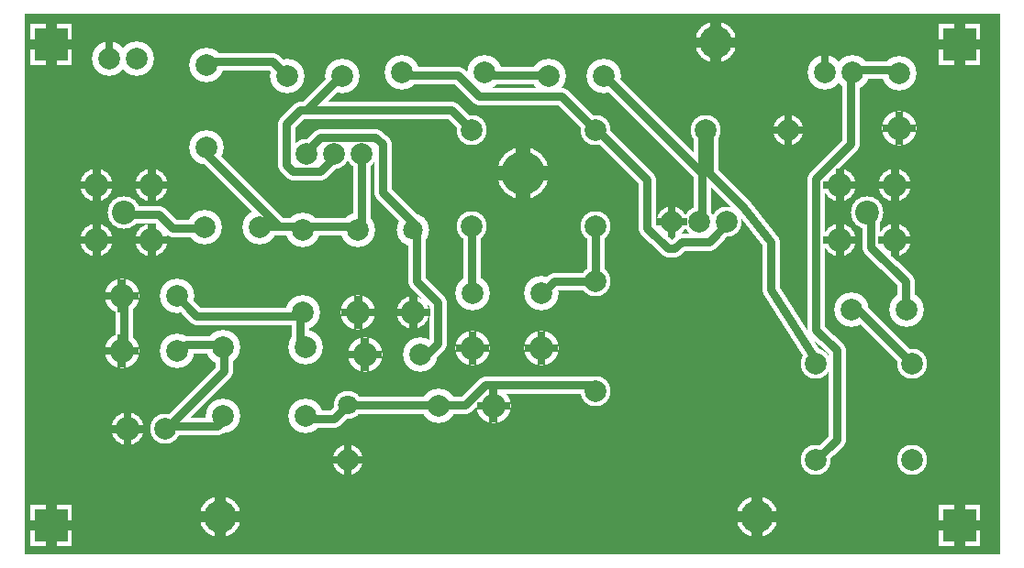
<source format=gbr>
%FSLAX34Y34*%
%MOMM*%
%LNCOPPER_BOTTOM*%
G71*
G01*
%ADD10C,2.800*%
%ADD11C,3.200*%
%ADD12C,3.000*%
%ADD13C,3.000*%
%ADD14C,2.800*%
%ADD15C,2.600*%
%ADD16C,1.600*%
%ADD17C,4.800*%
%ADD18C,2.800*%
%ADD19C,3.000*%
%ADD20C,3.800*%
%ADD21C,0.733*%
%ADD22C,0.667*%
%ADD23C,0.813*%
%ADD24C,1.333*%
%ADD25C,1.000*%
%ADD26C,2.000*%
%ADD27C,2.000*%
%ADD28C,2.200*%
%ADD29C,1.800*%
%ADD30C,0.800*%
%ADD31C,4.000*%
%ADD32C,2.000*%
%ADD33C,2.200*%
%ADD34C,3.000*%
%LPD*%
G36*
X-561950Y230100D02*
X338050Y230100D01*
X338050Y-269900D01*
X-561950Y-269900D01*
X-561950Y230100D01*
G37*
%LPC*%
X-301600Y100050D02*
G54D10*
D03*
X-276200Y100050D02*
G54D10*
D03*
X-250800Y100050D02*
G54D10*
D03*
X86105Y37321D02*
G54D10*
D03*
X60705Y37321D02*
G54D10*
D03*
X35305Y37321D02*
G54D10*
D03*
X-345001Y32623D02*
G54D11*
D03*
X-395981Y32511D02*
G54D11*
D03*
X-304775Y30075D02*
G54D11*
D03*
X-304825Y-46175D02*
G54D11*
D03*
X-495300Y71450D02*
G54D12*
D03*
X-444500Y71450D02*
G54D12*
D03*
X-469900Y46050D02*
G54D12*
D03*
X-444500Y20650D02*
G54D12*
D03*
X-495300Y20650D02*
G54D12*
D03*
X-393675Y182475D02*
G54D11*
D03*
X-393725Y106225D02*
G54D11*
D03*
X-253975Y30075D02*
G54D11*
D03*
X-254025Y-46175D02*
G54D11*
D03*
X-268801Y172323D02*
G54D11*
D03*
X-319781Y172211D02*
G54D11*
D03*
X-203175Y30075D02*
G54D13*
D03*
X-203225Y-46175D02*
G54D13*
D03*
X-247666Y-85239D02*
G54D11*
D03*
X-196685Y-85127D02*
G54D11*
D03*
X-302177Y-78002D02*
G54D11*
D03*
X-378427Y-77952D02*
G54D11*
D03*
X-421201Y-30877D02*
G54D11*
D03*
X-472181Y-30989D02*
G54D11*
D03*
X-421201Y-81677D02*
G54D11*
D03*
X-472181Y-81789D02*
G54D11*
D03*
X-466788Y-153950D02*
G54D14*
D03*
X-431688Y-153950D02*
G54D14*
D03*
X-302177Y-141502D02*
G54D11*
D03*
X-378427Y-141452D02*
G54D11*
D03*
X-263500Y-182650D02*
G54D15*
D03*
X-263500Y-131850D02*
G54D15*
D03*
X-129101Y-132477D02*
G54D11*
D03*
X-180081Y-132589D02*
G54D11*
D03*
X-137077Y175998D02*
G54D11*
D03*
X-213327Y176048D02*
G54D11*
D03*
X66700Y122150D02*
G54D14*
D03*
X142900Y122150D02*
G54D14*
D03*
X251899Y-43576D02*
G54D11*
D03*
X200918Y-43689D02*
G54D11*
D03*
X-149200Y122150D02*
G54D14*
D03*
X-149200Y33250D02*
G54D14*
D03*
X-34900Y122150D02*
G54D14*
D03*
X-34900Y33250D02*
G54D14*
D03*
X-148502Y-79240D02*
G54D11*
D03*
X-148615Y-28260D02*
G54D11*
D03*
X176375Y175525D02*
G54D11*
D03*
X201875Y175525D02*
G54D11*
D03*
X245198Y123960D02*
G54D11*
D03*
X245085Y174940D02*
G54D11*
D03*
X168300Y-93750D02*
G54D14*
D03*
X257200Y-93750D02*
G54D14*
D03*
X168300Y-182650D02*
G54D14*
D03*
X257200Y-182650D02*
G54D14*
D03*
X-27500Y172323D02*
G54D11*
D03*
X-78480Y172210D02*
G54D11*
D03*
X190500Y71450D02*
G54D12*
D03*
X241300Y71450D02*
G54D12*
D03*
X215900Y46050D02*
G54D12*
D03*
X241300Y20650D02*
G54D12*
D03*
X190500Y20650D02*
G54D12*
D03*
X-34900Y-17550D02*
G54D14*
D03*
X-34900Y-119150D02*
G54D14*
D03*
X-85002Y-79240D02*
G54D11*
D03*
X-85115Y-28260D02*
G54D11*
D03*
G54D16*
X-378427Y-141452D02*
X-377800Y-144550D01*
X-384150Y-150900D01*
X-428600Y-150900D01*
X-431688Y-153950D01*
G54D16*
X-431688Y-153950D02*
X-428600Y-150900D01*
X-377800Y-100100D01*
X-377800Y-81050D01*
X-378427Y-77952D01*
G54D16*
X-421201Y-30877D02*
X-422250Y-30250D01*
X-403200Y-49300D01*
X-307950Y-49300D01*
X-304825Y-46175D01*
G54D16*
X-302177Y-78002D02*
X-301600Y-81050D01*
X-307950Y-74700D01*
X-307950Y-49300D01*
X-304825Y-46175D01*
G54D16*
X-263500Y-131850D02*
X-276200Y-144550D01*
X-301600Y-144550D01*
X-302177Y-141502D01*
G54D16*
X-180081Y-132589D02*
X-180950Y-131850D01*
X-263500Y-131850D01*
G54D16*
X-34900Y-119150D02*
X-41250Y-112800D01*
X-136500Y-112800D01*
X-155550Y-131850D01*
X-263500Y-131850D01*
G54D16*
X-304775Y30075D02*
X-301600Y33250D01*
X-346050Y33250D01*
X-345001Y32623D01*
G54D16*
X-253975Y30075D02*
X-250800Y33250D01*
X-301600Y33250D01*
X-304775Y30075D01*
G54D16*
X-253975Y30075D02*
X-250800Y33250D01*
X-250800Y103100D01*
X-250800Y100050D01*
G54D16*
X-203175Y30075D02*
X-200000Y33250D01*
X-231750Y65000D01*
X-231750Y109450D01*
X-238100Y115800D01*
X-288900Y115800D01*
X-301600Y103100D01*
X-301600Y100050D01*
G54D16*
X-393725Y106225D02*
X-396850Y103100D01*
X-327000Y33250D01*
X-301600Y33250D01*
X-304775Y30075D01*
G54D16*
X-319781Y172211D02*
X-320650Y172950D01*
X-333350Y185650D01*
X-390500Y185650D01*
X-393675Y182475D01*
G54D16*
X-268801Y172323D02*
X-269850Y172950D01*
X-301600Y141200D01*
X-307950Y141200D01*
X-320650Y128500D01*
X-320650Y90400D01*
X-314300Y84050D01*
X-288900Y84050D01*
X-276200Y96750D01*
X-276200Y103100D01*
X-276200Y100050D01*
G54D16*
X-149200Y122150D02*
X-168250Y141200D01*
X-307950Y141200D01*
X-320650Y128500D01*
X-320650Y90400D01*
X-314300Y84050D01*
X-288900Y84050D01*
X-276200Y96750D01*
X-276200Y103100D01*
X-276200Y100050D01*
G54D16*
X-34900Y122150D02*
X-66650Y153900D01*
X-142850Y153900D01*
X-161900Y172950D01*
X-212700Y172950D01*
X-213327Y176048D01*
G54D16*
X-78480Y172210D02*
X-79350Y172950D01*
X-136500Y172950D01*
X-137077Y175998D01*
G54D16*
X-85115Y-28260D02*
X-85700Y-30250D01*
X-73000Y-17550D01*
X-34900Y-17550D01*
G54D16*
X-34900Y-17550D02*
X-34900Y33250D01*
G54D16*
X-148615Y-28260D02*
X-149200Y-30250D01*
X-149200Y33250D01*
G54D16*
X-196685Y-85127D02*
X-193650Y-87400D01*
X-180950Y-74700D01*
X-180950Y-36600D01*
X-200000Y-17550D01*
X-200000Y33250D01*
X-203175Y30075D01*
G54D16*
X215900Y46050D02*
X212750Y45950D01*
X219100Y39600D01*
X219100Y14200D01*
X250850Y-17550D01*
X250850Y-42950D01*
X251899Y-43576D01*
G54D16*
X257200Y-93750D02*
X206400Y-42950D01*
X200050Y-42950D01*
X200918Y-43689D01*
G54D16*
X168300Y-182650D02*
X187350Y-163600D01*
X187350Y-81050D01*
X168300Y-62000D01*
X168300Y77700D01*
X200050Y109450D01*
X200050Y172950D01*
X201875Y175525D01*
G54D16*
X-472181Y-81789D02*
X-469900Y-82550D01*
X-469900Y-31750D01*
X-472181Y-30989D01*
X-101600Y82550D02*
G54D17*
D03*
X-472181Y-81789D02*
G54D18*
D03*
X-472181Y-30989D02*
G54D18*
D03*
X-129101Y-132477D02*
G54D18*
D03*
X142900Y122150D02*
G54D18*
D03*
X-203225Y-46175D02*
G54D18*
D03*
X-254025Y-46175D02*
G54D19*
D03*
X-247666Y-85239D02*
G54D19*
D03*
X-148502Y-79240D02*
G54D19*
D03*
X-85002Y-79240D02*
G54D19*
D03*
X-263500Y-182650D02*
G54D18*
D03*
X-472181Y-30989D02*
G54D19*
D03*
X-472181Y-81789D02*
G54D19*
D03*
X-466788Y-153950D02*
G54D19*
D03*
X-129101Y-132477D02*
G54D19*
D03*
X-203225Y-46175D02*
G54D19*
D03*
G54D16*
X-469900Y46050D02*
X-469900Y44450D01*
X-438150Y44450D01*
X-425450Y31750D01*
X-393700Y31750D01*
X-395981Y32511D01*
X245198Y123960D02*
G54D19*
D03*
G54D16*
X-421201Y-81677D02*
X-419100Y-82550D01*
X-412750Y-76200D01*
X-381000Y-76200D01*
X-378427Y-77952D01*
G54D16*
X245085Y174940D02*
X247650Y177800D01*
X203200Y177800D01*
X201875Y175525D01*
G54D16*
X-27500Y172323D02*
X-25400Y171450D01*
X63500Y82550D01*
X63500Y38100D01*
X60705Y37321D01*
X35305Y37321D02*
G54D18*
D03*
G54D16*
X-34900Y122150D02*
X-31750Y120650D01*
X12700Y76200D01*
X12700Y31750D01*
X31750Y12700D01*
X38100Y12700D01*
X44450Y19050D01*
X69850Y19050D01*
X88900Y38100D01*
X86105Y37321D01*
G54D16*
X66700Y122150D02*
X69850Y120650D01*
X63500Y114300D01*
X63500Y38100D01*
X60705Y37321D01*
G54D16*
X168300Y-93750D02*
X171450Y-95250D01*
X127000Y-25400D01*
X127000Y19050D01*
X101600Y50800D01*
X69850Y82550D01*
X69850Y120650D01*
X66700Y122150D01*
X-253975Y30075D02*
G54D13*
D03*
X-254025Y-46175D02*
G54D13*
D03*
G36*
X-556177Y220448D02*
X-518177Y220448D01*
X-518177Y182448D01*
X-556177Y182448D01*
X-556177Y220448D01*
G37*
G36*
X282023Y220448D02*
X320023Y220448D01*
X320023Y182448D01*
X282023Y182448D01*
X282023Y220448D01*
G37*
G36*
X-556177Y-224052D02*
X-518177Y-224052D01*
X-518177Y-262052D01*
X-556177Y-262052D01*
X-556177Y-224052D01*
G37*
G36*
X282023Y-224052D02*
X320023Y-224052D01*
X320023Y-262052D01*
X282023Y-262052D01*
X282023Y-224052D01*
G37*
X-381000Y-234950D02*
G54D20*
D03*
X114300Y-234950D02*
G54D20*
D03*
X76200Y203200D02*
G54D20*
D03*
X-484025Y188225D02*
G54D11*
D03*
X-458525Y188225D02*
G54D11*
D03*
%LPD*%
G54D21*
G36*
X-498967Y71450D02*
X-498967Y86950D01*
X-491633Y86950D01*
X-491633Y71450D01*
X-498967Y71450D01*
G37*
G36*
X-495300Y75117D02*
X-479800Y75117D01*
X-479800Y67783D01*
X-495300Y67783D01*
X-495300Y75117D01*
G37*
G36*
X-491633Y71450D02*
X-491633Y55950D01*
X-498967Y55950D01*
X-498967Y71450D01*
X-491633Y71450D01*
G37*
G36*
X-495300Y67783D02*
X-510800Y67783D01*
X-510800Y75117D01*
X-495300Y75117D01*
X-495300Y67783D01*
G37*
G54D21*
G36*
X-448167Y71450D02*
X-448167Y86950D01*
X-440833Y86950D01*
X-440833Y71450D01*
X-448167Y71450D01*
G37*
G36*
X-444500Y75117D02*
X-429000Y75117D01*
X-429000Y67783D01*
X-444500Y67783D01*
X-444500Y75117D01*
G37*
G36*
X-440833Y71450D02*
X-440833Y55950D01*
X-448167Y55950D01*
X-448167Y71450D01*
X-440833Y71450D01*
G37*
G36*
X-444500Y67783D02*
X-460000Y67783D01*
X-460000Y75117D01*
X-444500Y75117D01*
X-444500Y67783D01*
G37*
G54D21*
G36*
X-448167Y20650D02*
X-448167Y36150D01*
X-440833Y36150D01*
X-440833Y20650D01*
X-448167Y20650D01*
G37*
G36*
X-444500Y24317D02*
X-429000Y24317D01*
X-429000Y16983D01*
X-444500Y16983D01*
X-444500Y24317D01*
G37*
G36*
X-440833Y20650D02*
X-440833Y5150D01*
X-448167Y5150D01*
X-448167Y20650D01*
X-440833Y20650D01*
G37*
G36*
X-444500Y16983D02*
X-460000Y16983D01*
X-460000Y24317D01*
X-444500Y24317D01*
X-444500Y16983D01*
G37*
G54D21*
G36*
X-498967Y20650D02*
X-498967Y36150D01*
X-491633Y36150D01*
X-491633Y20650D01*
X-498967Y20650D01*
G37*
G36*
X-495300Y24317D02*
X-479800Y24317D01*
X-479800Y16983D01*
X-495300Y16983D01*
X-495300Y24317D01*
G37*
G36*
X-491633Y20650D02*
X-491633Y5150D01*
X-498967Y5150D01*
X-498967Y20650D01*
X-491633Y20650D01*
G37*
G36*
X-495300Y16983D02*
X-510800Y16983D01*
X-510800Y24317D01*
X-495300Y24317D01*
X-495300Y16983D01*
G37*
G54D22*
G36*
X173042Y175525D02*
X173042Y192025D01*
X179708Y192025D01*
X179708Y175525D01*
X173042Y175525D01*
G37*
G54D23*
G54D21*
G36*
X186833Y71450D02*
X186833Y86950D01*
X194167Y86950D01*
X194167Y71450D01*
X186833Y71450D01*
G37*
G36*
X190500Y75117D02*
X206000Y75117D01*
X206000Y67783D01*
X190500Y67783D01*
X190500Y75117D01*
G37*
G36*
X194167Y71450D02*
X194167Y55950D01*
X186833Y55950D01*
X186833Y71450D01*
X194167Y71450D01*
G37*
G36*
X190500Y67783D02*
X175000Y67783D01*
X175000Y75117D01*
X190500Y75117D01*
X190500Y67783D01*
G37*
G54D21*
G36*
X237633Y71450D02*
X237633Y86950D01*
X244967Y86950D01*
X244967Y71450D01*
X237633Y71450D01*
G37*
G36*
X241300Y75117D02*
X256800Y75117D01*
X256800Y67783D01*
X241300Y67783D01*
X241300Y75117D01*
G37*
G36*
X244967Y71450D02*
X244967Y55950D01*
X237633Y55950D01*
X237633Y71450D01*
X244967Y71450D01*
G37*
G36*
X241300Y67783D02*
X225800Y67783D01*
X225800Y75117D01*
X241300Y75117D01*
X241300Y67783D01*
G37*
G54D21*
G36*
X237633Y20650D02*
X237633Y36150D01*
X244967Y36150D01*
X244967Y20650D01*
X237633Y20650D01*
G37*
G36*
X241300Y24317D02*
X256800Y24317D01*
X256800Y16983D01*
X241300Y16983D01*
X241300Y24317D01*
G37*
G36*
X244967Y20650D02*
X244967Y5150D01*
X237633Y5150D01*
X237633Y20650D01*
X244967Y20650D01*
G37*
G36*
X241300Y16983D02*
X225800Y16983D01*
X225800Y24317D01*
X241300Y24317D01*
X241300Y16983D01*
G37*
G54D21*
G36*
X186833Y20650D02*
X186833Y36150D01*
X194167Y36150D01*
X194167Y20650D01*
X186833Y20650D01*
G37*
G36*
X190500Y24317D02*
X206000Y24317D01*
X206000Y16983D01*
X190500Y16983D01*
X190500Y24317D01*
G37*
G36*
X194167Y20650D02*
X194167Y5150D01*
X186833Y5150D01*
X186833Y20650D01*
X194167Y20650D01*
G37*
G36*
X190500Y16983D02*
X175000Y16983D01*
X175000Y24317D01*
X190500Y24317D01*
X190500Y16983D01*
G37*
G54D24*
G36*
X-108267Y82550D02*
X-108267Y107050D01*
X-94933Y107050D01*
X-94933Y82550D01*
X-108267Y82550D01*
G37*
G36*
X-101600Y89217D02*
X-77100Y89217D01*
X-77100Y75883D01*
X-101600Y75883D01*
X-101600Y89217D01*
G37*
G36*
X-94933Y82550D02*
X-94933Y58050D01*
X-108267Y58050D01*
X-108267Y82550D01*
X-94933Y82550D01*
G37*
G36*
X-101600Y75883D02*
X-126100Y75883D01*
X-126100Y89217D01*
X-101600Y89217D01*
X-101600Y75883D01*
G37*
G54D22*
G36*
X-475514Y-81789D02*
X-475514Y-67289D01*
X-468848Y-67289D01*
X-468848Y-81789D01*
X-475514Y-81789D01*
G37*
G36*
X-472181Y-78456D02*
X-457681Y-78456D01*
X-457681Y-85122D01*
X-472181Y-85122D01*
X-472181Y-78456D01*
G37*
G36*
X-468848Y-81789D02*
X-468848Y-96289D01*
X-475514Y-96289D01*
X-475514Y-81789D01*
X-468848Y-81789D01*
G37*
G36*
X-472181Y-85122D02*
X-486681Y-85122D01*
X-486681Y-78456D01*
X-472181Y-78456D01*
X-472181Y-85122D01*
G37*
G54D22*
G36*
X-475514Y-30989D02*
X-475514Y-16489D01*
X-468848Y-16489D01*
X-468848Y-30989D01*
X-475514Y-30989D01*
G37*
G36*
X-472181Y-27656D02*
X-457681Y-27656D01*
X-457681Y-34322D01*
X-472181Y-34322D01*
X-472181Y-27656D01*
G37*
G36*
X-468848Y-30989D02*
X-468848Y-45489D01*
X-475514Y-45489D01*
X-475514Y-30989D01*
X-468848Y-30989D01*
G37*
G36*
X-472181Y-34322D02*
X-486681Y-34322D01*
X-486681Y-27656D01*
X-472181Y-27656D01*
X-472181Y-34322D01*
G37*
G54D22*
G36*
X-132434Y-132477D02*
X-132434Y-117977D01*
X-125768Y-117977D01*
X-125768Y-132477D01*
X-132434Y-132477D01*
G37*
G36*
X-129101Y-129144D02*
X-114601Y-129144D01*
X-114601Y-135810D01*
X-129101Y-135810D01*
X-129101Y-129144D01*
G37*
G36*
X-125768Y-132477D02*
X-125768Y-146977D01*
X-132434Y-146977D01*
X-132434Y-132477D01*
X-125768Y-132477D01*
G37*
G36*
X-129101Y-135810D02*
X-143601Y-135810D01*
X-143601Y-129144D01*
X-129101Y-129144D01*
X-129101Y-135810D01*
G37*
G54D22*
G36*
X139567Y122150D02*
X139567Y136650D01*
X146233Y136650D01*
X146233Y122150D01*
X139567Y122150D01*
G37*
G36*
X142900Y125483D02*
X157400Y125483D01*
X157400Y118817D01*
X142900Y118817D01*
X142900Y125483D01*
G37*
G36*
X146233Y122150D02*
X146233Y107650D01*
X139567Y107650D01*
X139567Y122150D01*
X146233Y122150D01*
G37*
G36*
X142900Y118817D02*
X128400Y118817D01*
X128400Y125483D01*
X142900Y125483D01*
X142900Y118817D01*
G37*
G54D22*
G36*
X-206558Y-46175D02*
X-206558Y-31675D01*
X-199892Y-31675D01*
X-199892Y-46175D01*
X-206558Y-46175D01*
G37*
G36*
X-203225Y-42842D02*
X-188725Y-42842D01*
X-188725Y-49508D01*
X-203225Y-49508D01*
X-203225Y-42842D01*
G37*
G36*
X-199892Y-46175D02*
X-199892Y-60675D01*
X-206558Y-60675D01*
X-206558Y-46175D01*
X-199892Y-46175D01*
G37*
G36*
X-203225Y-49508D02*
X-217725Y-49508D01*
X-217725Y-42842D01*
X-203225Y-42842D01*
X-203225Y-49508D01*
G37*
G54D21*
G36*
X-257692Y-46175D02*
X-257692Y-30675D01*
X-250358Y-30675D01*
X-250358Y-46175D01*
X-257692Y-46175D01*
G37*
G36*
X-254025Y-42508D02*
X-238525Y-42508D01*
X-238525Y-49842D01*
X-254025Y-49842D01*
X-254025Y-42508D01*
G37*
G36*
X-250358Y-46175D02*
X-250358Y-61675D01*
X-257692Y-61675D01*
X-257692Y-46175D01*
X-250358Y-46175D01*
G37*
G36*
X-254025Y-49842D02*
X-269525Y-49842D01*
X-269525Y-42508D01*
X-254025Y-42508D01*
X-254025Y-49842D01*
G37*
G54D21*
G36*
X-251333Y-85239D02*
X-251333Y-69739D01*
X-243999Y-69739D01*
X-243999Y-85239D01*
X-251333Y-85239D01*
G37*
G36*
X-247666Y-81573D02*
X-232166Y-81573D01*
X-232166Y-88906D01*
X-247666Y-88906D01*
X-247666Y-81573D01*
G37*
G36*
X-243999Y-85239D02*
X-243999Y-100739D01*
X-251333Y-100739D01*
X-251333Y-85239D01*
X-243999Y-85239D01*
G37*
G36*
X-247666Y-88906D02*
X-263166Y-88906D01*
X-263166Y-81573D01*
X-247666Y-81573D01*
X-247666Y-88906D01*
G37*
G54D21*
G36*
X-152169Y-79240D02*
X-152169Y-63740D01*
X-144836Y-63740D01*
X-144836Y-79240D01*
X-152169Y-79240D01*
G37*
G36*
X-148502Y-75574D02*
X-133002Y-75574D01*
X-133002Y-82907D01*
X-148502Y-82907D01*
X-148502Y-75574D01*
G37*
G36*
X-144836Y-79240D02*
X-144836Y-94740D01*
X-152169Y-94740D01*
X-152169Y-79240D01*
X-144836Y-79240D01*
G37*
G36*
X-148502Y-82907D02*
X-164002Y-82907D01*
X-164002Y-75574D01*
X-148502Y-75574D01*
X-148502Y-82907D01*
G37*
G54D21*
G36*
X-88669Y-79240D02*
X-88669Y-63740D01*
X-81336Y-63740D01*
X-81336Y-79240D01*
X-88669Y-79240D01*
G37*
G36*
X-85002Y-75574D02*
X-69502Y-75574D01*
X-69502Y-82907D01*
X-85002Y-82907D01*
X-85002Y-75574D01*
G37*
G36*
X-81336Y-79240D02*
X-81336Y-94740D01*
X-88669Y-94740D01*
X-88669Y-79240D01*
X-81336Y-79240D01*
G37*
G36*
X-85002Y-82907D02*
X-100502Y-82907D01*
X-100502Y-75574D01*
X-85002Y-75574D01*
X-85002Y-82907D01*
G37*
G54D22*
G36*
X-266833Y-182650D02*
X-266833Y-168150D01*
X-260167Y-168150D01*
X-260167Y-182650D01*
X-266833Y-182650D01*
G37*
G36*
X-263500Y-179317D02*
X-249000Y-179317D01*
X-249000Y-185983D01*
X-263500Y-185983D01*
X-263500Y-179317D01*
G37*
G36*
X-260167Y-182650D02*
X-260167Y-197150D01*
X-266833Y-197150D01*
X-266833Y-182650D01*
X-260167Y-182650D01*
G37*
G36*
X-263500Y-185983D02*
X-278000Y-185983D01*
X-278000Y-179317D01*
X-263500Y-179317D01*
X-263500Y-185983D01*
G37*
G54D21*
G36*
X-475848Y-30989D02*
X-475848Y-15489D01*
X-468515Y-15489D01*
X-468515Y-30989D01*
X-475848Y-30989D01*
G37*
G36*
X-472181Y-27322D02*
X-456681Y-27322D01*
X-456681Y-34656D01*
X-472181Y-34656D01*
X-472181Y-27322D01*
G37*
G36*
X-468515Y-30989D02*
X-468515Y-46489D01*
X-475848Y-46489D01*
X-475848Y-30989D01*
X-468515Y-30989D01*
G37*
G36*
X-472181Y-34656D02*
X-487681Y-34656D01*
X-487681Y-27322D01*
X-472181Y-27322D01*
X-472181Y-34656D01*
G37*
G54D21*
G36*
X-475848Y-81789D02*
X-475848Y-66289D01*
X-468515Y-66289D01*
X-468515Y-81789D01*
X-475848Y-81789D01*
G37*
G36*
X-472181Y-78122D02*
X-456681Y-78122D01*
X-456681Y-85456D01*
X-472181Y-85456D01*
X-472181Y-78122D01*
G37*
G36*
X-468515Y-81789D02*
X-468515Y-97289D01*
X-475848Y-97289D01*
X-475848Y-81789D01*
X-468515Y-81789D01*
G37*
G36*
X-472181Y-85456D02*
X-487681Y-85456D01*
X-487681Y-78122D01*
X-472181Y-78122D01*
X-472181Y-85456D01*
G37*
G54D21*
G36*
X-470455Y-153950D02*
X-470455Y-138450D01*
X-463121Y-138450D01*
X-463121Y-153950D01*
X-470455Y-153950D01*
G37*
G36*
X-466788Y-150283D02*
X-451288Y-150283D01*
X-451288Y-157617D01*
X-466788Y-157617D01*
X-466788Y-150283D01*
G37*
G36*
X-463121Y-153950D02*
X-463121Y-169450D01*
X-470455Y-169450D01*
X-470455Y-153950D01*
X-463121Y-153950D01*
G37*
G36*
X-466788Y-157617D02*
X-482288Y-157617D01*
X-482288Y-150283D01*
X-466788Y-150283D01*
X-466788Y-157617D01*
G37*
G54D21*
G36*
X-132768Y-132477D02*
X-132768Y-116977D01*
X-125434Y-116977D01*
X-125434Y-132477D01*
X-132768Y-132477D01*
G37*
G36*
X-129101Y-128810D02*
X-113601Y-128810D01*
X-113601Y-136144D01*
X-129101Y-136144D01*
X-129101Y-128810D01*
G37*
G36*
X-125434Y-132477D02*
X-125434Y-147977D01*
X-132768Y-147977D01*
X-132768Y-132477D01*
X-125434Y-132477D01*
G37*
G36*
X-129101Y-136144D02*
X-144601Y-136144D01*
X-144601Y-128810D01*
X-129101Y-128810D01*
X-129101Y-136144D01*
G37*
G54D21*
G36*
X-206892Y-46175D02*
X-206892Y-30675D01*
X-199558Y-30675D01*
X-199558Y-46175D01*
X-206892Y-46175D01*
G37*
G36*
X-203225Y-42508D02*
X-187725Y-42508D01*
X-187725Y-49842D01*
X-203225Y-49842D01*
X-203225Y-42508D01*
G37*
G36*
X-199558Y-46175D02*
X-199558Y-61675D01*
X-206892Y-61675D01*
X-206892Y-46175D01*
X-199558Y-46175D01*
G37*
G36*
X-203225Y-49842D02*
X-218725Y-49842D01*
X-218725Y-42508D01*
X-203225Y-42508D01*
X-203225Y-49842D01*
G37*
G54D21*
G36*
X241531Y123960D02*
X241531Y139460D01*
X248864Y139460D01*
X248864Y123960D01*
X241531Y123960D01*
G37*
G36*
X245198Y127626D02*
X260698Y127626D01*
X260698Y120293D01*
X245198Y120293D01*
X245198Y127626D01*
G37*
G36*
X248864Y123960D02*
X248864Y108460D01*
X241531Y108460D01*
X241531Y123960D01*
X248864Y123960D01*
G37*
G36*
X245198Y120293D02*
X229698Y120293D01*
X229698Y127626D01*
X245198Y127626D01*
X245198Y120293D01*
G37*
G54D22*
G36*
X31972Y37321D02*
X31972Y51821D01*
X38639Y51821D01*
X38639Y37321D01*
X31972Y37321D01*
G37*
G36*
X35305Y40654D02*
X49805Y40654D01*
X49805Y33988D01*
X35305Y33988D01*
X35305Y40654D01*
G37*
G36*
X38639Y37321D02*
X38639Y22821D01*
X31972Y22821D01*
X31972Y37321D01*
X38639Y37321D01*
G37*
G36*
X35305Y33988D02*
X20805Y33988D01*
X20805Y40654D01*
X35305Y40654D01*
X35305Y33988D01*
G37*
G54D25*
G36*
X-542177Y201448D02*
X-542177Y220948D01*
X-532177Y220948D01*
X-532177Y201448D01*
X-542177Y201448D01*
G37*
G36*
X-537177Y206448D02*
X-517677Y206448D01*
X-517677Y196448D01*
X-537177Y196448D01*
X-537177Y206448D01*
G37*
G36*
X-532177Y201448D02*
X-532177Y181948D01*
X-542177Y181948D01*
X-542177Y201448D01*
X-532177Y201448D01*
G37*
G36*
X-537177Y196448D02*
X-556677Y196448D01*
X-556677Y206448D01*
X-537177Y206448D01*
X-537177Y196448D01*
G37*
G54D25*
G36*
X296023Y201448D02*
X296023Y220948D01*
X306023Y220948D01*
X306023Y201448D01*
X296023Y201448D01*
G37*
G36*
X301023Y206448D02*
X320523Y206448D01*
X320523Y196448D01*
X301023Y196448D01*
X301023Y206448D01*
G37*
G36*
X306023Y201448D02*
X306023Y181948D01*
X296023Y181948D01*
X296023Y201448D01*
X306023Y201448D01*
G37*
G36*
X301023Y196448D02*
X281523Y196448D01*
X281523Y206448D01*
X301023Y206448D01*
X301023Y196448D01*
G37*
G54D25*
G36*
X-542177Y-243052D02*
X-542177Y-223552D01*
X-532177Y-223552D01*
X-532177Y-243052D01*
X-542177Y-243052D01*
G37*
G36*
X-537177Y-238052D02*
X-517677Y-238052D01*
X-517677Y-248052D01*
X-537177Y-248052D01*
X-537177Y-238052D01*
G37*
G36*
X-532177Y-243052D02*
X-532177Y-262552D01*
X-542177Y-262552D01*
X-542177Y-243052D01*
X-532177Y-243052D01*
G37*
G36*
X-537177Y-248052D02*
X-556677Y-248052D01*
X-556677Y-238052D01*
X-537177Y-238052D01*
X-537177Y-248052D01*
G37*
G54D25*
G36*
X296023Y-243052D02*
X296023Y-223552D01*
X306023Y-223552D01*
X306023Y-243052D01*
X296023Y-243052D01*
G37*
G36*
X301023Y-238052D02*
X320523Y-238052D01*
X320523Y-248052D01*
X301023Y-248052D01*
X301023Y-238052D01*
G37*
G36*
X306023Y-243052D02*
X306023Y-262552D01*
X296023Y-262552D01*
X296023Y-243052D01*
X306023Y-243052D01*
G37*
G36*
X301023Y-248052D02*
X281523Y-248052D01*
X281523Y-238052D01*
X301023Y-238052D01*
X301023Y-248052D01*
G37*
G54D25*
G36*
X-386000Y-234950D02*
X-386000Y-215450D01*
X-376000Y-215450D01*
X-376000Y-234950D01*
X-386000Y-234950D01*
G37*
G36*
X-381000Y-229950D02*
X-361500Y-229950D01*
X-361500Y-239950D01*
X-381000Y-239950D01*
X-381000Y-229950D01*
G37*
G36*
X-376000Y-234950D02*
X-376000Y-254450D01*
X-386000Y-254450D01*
X-386000Y-234950D01*
X-376000Y-234950D01*
G37*
G36*
X-381000Y-239950D02*
X-400500Y-239950D01*
X-400500Y-229950D01*
X-381000Y-229950D01*
X-381000Y-239950D01*
G37*
G54D25*
G36*
X109300Y-234950D02*
X109300Y-215450D01*
X119300Y-215450D01*
X119300Y-234950D01*
X109300Y-234950D01*
G37*
G36*
X114300Y-229950D02*
X133800Y-229950D01*
X133800Y-239950D01*
X114300Y-239950D01*
X114300Y-229950D01*
G37*
G36*
X119300Y-234950D02*
X119300Y-254450D01*
X109300Y-254450D01*
X109300Y-234950D01*
X119300Y-234950D01*
G37*
G36*
X114300Y-239950D02*
X94800Y-239950D01*
X94800Y-229950D01*
X114300Y-229950D01*
X114300Y-239950D01*
G37*
G54D25*
G36*
X71200Y203200D02*
X71200Y222700D01*
X81200Y222700D01*
X81200Y203200D01*
X71200Y203200D01*
G37*
G36*
X76200Y208200D02*
X95700Y208200D01*
X95700Y198200D01*
X76200Y198200D01*
X76200Y208200D01*
G37*
G36*
X81200Y203200D02*
X81200Y183700D01*
X71200Y183700D01*
X71200Y203200D01*
X81200Y203200D01*
G37*
G36*
X76200Y198200D02*
X56700Y198200D01*
X56700Y208200D01*
X76200Y208200D01*
X76200Y198200D01*
G37*
G54D22*
G36*
X-487358Y188225D02*
X-487358Y204725D01*
X-480692Y204725D01*
X-480692Y188225D01*
X-487358Y188225D01*
G37*
G54D23*
X-301600Y100050D02*
G54D26*
D03*
X-276200Y100050D02*
G54D26*
D03*
X-250800Y100050D02*
G54D26*
D03*
X86105Y37321D02*
G54D26*
D03*
X60705Y37321D02*
G54D26*
D03*
X35305Y37321D02*
G54D26*
D03*
X-345001Y32623D02*
G54D27*
D03*
X-395981Y32511D02*
G54D27*
D03*
X-304775Y30075D02*
G54D27*
D03*
X-304825Y-46175D02*
G54D27*
D03*
X-495300Y71450D02*
G54D28*
D03*
X-444500Y71450D02*
G54D28*
D03*
X-469900Y46050D02*
G54D28*
D03*
X-444500Y20650D02*
G54D28*
D03*
X-495300Y20650D02*
G54D28*
D03*
X-393675Y182475D02*
G54D27*
D03*
X-393725Y106225D02*
G54D27*
D03*
X-253975Y30075D02*
G54D27*
D03*
X-254025Y-46175D02*
G54D27*
D03*
X-268801Y172323D02*
G54D27*
D03*
X-319781Y172211D02*
G54D27*
D03*
X-203175Y30075D02*
G54D29*
D03*
X-203225Y-46175D02*
G54D29*
D03*
X-247666Y-85239D02*
G54D27*
D03*
X-196685Y-85127D02*
G54D27*
D03*
X-302177Y-78002D02*
G54D27*
D03*
X-378427Y-77952D02*
G54D27*
D03*
X-421201Y-30877D02*
G54D27*
D03*
X-472181Y-30989D02*
G54D27*
D03*
X-421201Y-81677D02*
G54D27*
D03*
X-472181Y-81789D02*
G54D27*
D03*
X-466788Y-153950D02*
G54D27*
D03*
X-431688Y-153950D02*
G54D27*
D03*
X-302177Y-141502D02*
G54D27*
D03*
X-378427Y-141452D02*
G54D27*
D03*
X-263500Y-182650D02*
G54D29*
D03*
X-263500Y-131850D02*
G54D29*
D03*
X-129101Y-132477D02*
G54D27*
D03*
X-180081Y-132589D02*
G54D27*
D03*
X-137077Y175998D02*
G54D27*
D03*
X-213327Y176048D02*
G54D27*
D03*
X66700Y122150D02*
G54D27*
D03*
X142900Y122150D02*
G54D27*
D03*
X251899Y-43576D02*
G54D27*
D03*
X200918Y-43689D02*
G54D27*
D03*
X-149200Y122150D02*
G54D27*
D03*
X-149200Y33250D02*
G54D27*
D03*
X-34900Y122150D02*
G54D27*
D03*
X-34900Y33250D02*
G54D27*
D03*
X-148502Y-79240D02*
G54D27*
D03*
X-148615Y-28260D02*
G54D27*
D03*
X176375Y175525D02*
G54D27*
D03*
X201875Y175525D02*
G54D27*
D03*
X245198Y123960D02*
G54D27*
D03*
X245085Y174940D02*
G54D27*
D03*
X168300Y-93750D02*
G54D27*
D03*
X257200Y-93750D02*
G54D27*
D03*
X168300Y-182650D02*
G54D27*
D03*
X257200Y-182650D02*
G54D27*
D03*
X-27500Y172323D02*
G54D27*
D03*
X-78480Y172210D02*
G54D27*
D03*
X190500Y71450D02*
G54D28*
D03*
X241300Y71450D02*
G54D28*
D03*
X215900Y46050D02*
G54D28*
D03*
X241300Y20650D02*
G54D28*
D03*
X190500Y20650D02*
G54D28*
D03*
X-34900Y-17550D02*
G54D27*
D03*
X-34900Y-119150D02*
G54D27*
D03*
X-85002Y-79240D02*
G54D27*
D03*
X-85115Y-28260D02*
G54D27*
D03*
G54D30*
X-378427Y-141452D02*
X-377800Y-144550D01*
X-384150Y-150900D01*
X-428600Y-150900D01*
X-431688Y-153950D01*
G54D30*
X-431688Y-153950D02*
X-428600Y-150900D01*
X-377800Y-100100D01*
X-377800Y-81050D01*
X-378427Y-77952D01*
G54D30*
X-421201Y-30877D02*
X-422250Y-30250D01*
X-403200Y-49300D01*
X-307950Y-49300D01*
X-304825Y-46175D01*
G54D30*
X-302177Y-78002D02*
X-301600Y-81050D01*
X-307950Y-74700D01*
X-307950Y-49300D01*
X-304825Y-46175D01*
G54D30*
X-263500Y-131850D02*
X-276200Y-144550D01*
X-301600Y-144550D01*
X-302177Y-141502D01*
G54D30*
X-180081Y-132589D02*
X-180950Y-131850D01*
X-263500Y-131850D01*
G54D30*
X-34900Y-119150D02*
X-41250Y-112800D01*
X-136500Y-112800D01*
X-155550Y-131850D01*
X-263500Y-131850D01*
G54D30*
X-304775Y30075D02*
X-301600Y33250D01*
X-346050Y33250D01*
X-345001Y32623D01*
G54D30*
X-253975Y30075D02*
X-250800Y33250D01*
X-301600Y33250D01*
X-304775Y30075D01*
G54D30*
X-253975Y30075D02*
X-250800Y33250D01*
X-250800Y103100D01*
X-250800Y100050D01*
G54D30*
X-203175Y30075D02*
X-200000Y33250D01*
X-231750Y65000D01*
X-231750Y109450D01*
X-238100Y115800D01*
X-288900Y115800D01*
X-301600Y103100D01*
X-301600Y100050D01*
G54D30*
X-393725Y106225D02*
X-396850Y103100D01*
X-327000Y33250D01*
X-301600Y33250D01*
X-304775Y30075D01*
G54D30*
X-319781Y172211D02*
X-320650Y172950D01*
X-333350Y185650D01*
X-390500Y185650D01*
X-393675Y182475D01*
G54D30*
X-268801Y172323D02*
X-269850Y172950D01*
X-301600Y141200D01*
X-307950Y141200D01*
X-320650Y128500D01*
X-320650Y90400D01*
X-314300Y84050D01*
X-288900Y84050D01*
X-276200Y96750D01*
X-276200Y103100D01*
X-276200Y100050D01*
G54D30*
X-149200Y122150D02*
X-168250Y141200D01*
X-307950Y141200D01*
X-320650Y128500D01*
X-320650Y90400D01*
X-314300Y84050D01*
X-288900Y84050D01*
X-276200Y96750D01*
X-276200Y103100D01*
X-276200Y100050D01*
G54D30*
X-34900Y122150D02*
X-66650Y153900D01*
X-142850Y153900D01*
X-161900Y172950D01*
X-212700Y172950D01*
X-213327Y176048D01*
G54D30*
X-78480Y172210D02*
X-79350Y172950D01*
X-136500Y172950D01*
X-137077Y175998D01*
G54D30*
X-85115Y-28260D02*
X-85700Y-30250D01*
X-73000Y-17550D01*
X-34900Y-17550D01*
G54D30*
X-34900Y-17550D02*
X-34900Y33250D01*
G54D30*
X-148615Y-28260D02*
X-149200Y-30250D01*
X-149200Y33250D01*
G54D30*
X-196685Y-85127D02*
X-193650Y-87400D01*
X-180950Y-74700D01*
X-180950Y-36600D01*
X-200000Y-17550D01*
X-200000Y33250D01*
X-203175Y30075D01*
G54D30*
X215900Y46050D02*
X212750Y45950D01*
X219100Y39600D01*
X219100Y14200D01*
X250850Y-17550D01*
X250850Y-42950D01*
X251899Y-43576D01*
G54D30*
X257200Y-93750D02*
X206400Y-42950D01*
X200050Y-42950D01*
X200918Y-43689D01*
G54D30*
X168300Y-182650D02*
X187350Y-163600D01*
X187350Y-81050D01*
X168300Y-62000D01*
X168300Y77700D01*
X200050Y109450D01*
X200050Y172950D01*
X201875Y175525D01*
G54D30*
X-472181Y-81789D02*
X-469900Y-82550D01*
X-469900Y-31750D01*
X-472181Y-30989D01*
X-101600Y82550D02*
G54D31*
D03*
X-472181Y-81789D02*
G54D32*
D03*
X-472181Y-30989D02*
G54D32*
D03*
X-129101Y-132477D02*
G54D32*
D03*
X142900Y122150D02*
G54D32*
D03*
X-203225Y-46175D02*
G54D32*
D03*
X-254025Y-46175D02*
G54D33*
D03*
X-247666Y-85239D02*
G54D33*
D03*
X-148502Y-79240D02*
G54D33*
D03*
X-85002Y-79240D02*
G54D33*
D03*
X-263500Y-182650D02*
G54D32*
D03*
X-472181Y-30989D02*
G54D33*
D03*
X-472181Y-81789D02*
G54D33*
D03*
X-466788Y-153950D02*
G54D33*
D03*
X-129101Y-132477D02*
G54D33*
D03*
X-203225Y-46175D02*
G54D33*
D03*
G54D30*
X-469900Y46050D02*
X-469900Y44450D01*
X-438150Y44450D01*
X-425450Y31750D01*
X-393700Y31750D01*
X-395981Y32511D01*
X245198Y123960D02*
G54D33*
D03*
G54D30*
X-421201Y-81677D02*
X-419100Y-82550D01*
X-412750Y-76200D01*
X-381000Y-76200D01*
X-378427Y-77952D01*
G54D30*
X245085Y174940D02*
X247650Y177800D01*
X203200Y177800D01*
X201875Y175525D01*
G54D30*
X-27500Y172323D02*
X-25400Y171450D01*
X63500Y82550D01*
X63500Y38100D01*
X60705Y37321D01*
X35305Y37321D02*
G54D32*
D03*
G54D30*
X-34900Y122150D02*
X-31750Y120650D01*
X12700Y76200D01*
X12700Y31750D01*
X31750Y12700D01*
X38100Y12700D01*
X44450Y19050D01*
X69850Y19050D01*
X88900Y38100D01*
X86105Y37321D01*
G54D30*
X66700Y122150D02*
X69850Y120650D01*
X63500Y114300D01*
X63500Y38100D01*
X60705Y37321D01*
G54D30*
X168300Y-93750D02*
X171450Y-95250D01*
X127000Y-25400D01*
X127000Y19050D01*
X101600Y50800D01*
X69850Y82550D01*
X69850Y120650D01*
X66700Y122150D01*
X-253975Y30075D02*
G54D29*
D03*
X-254025Y-46175D02*
G54D29*
D03*
G36*
X-552177Y216448D02*
X-522177Y216448D01*
X-522177Y186448D01*
X-552177Y186448D01*
X-552177Y216448D01*
G37*
G36*
X286023Y216448D02*
X316023Y216448D01*
X316023Y186448D01*
X286023Y186448D01*
X286023Y216448D01*
G37*
G36*
X-552177Y-228052D02*
X-522177Y-228052D01*
X-522177Y-258052D01*
X-552177Y-258052D01*
X-552177Y-228052D01*
G37*
G36*
X286023Y-228052D02*
X316023Y-228052D01*
X316023Y-258052D01*
X286023Y-258052D01*
X286023Y-228052D01*
G37*
X-381000Y-234950D02*
G54D34*
D03*
X114300Y-234950D02*
G54D34*
D03*
X76200Y203200D02*
G54D34*
D03*
X-484025Y188225D02*
G54D27*
D03*
X-458525Y188225D02*
G54D27*
D03*
M02*

</source>
